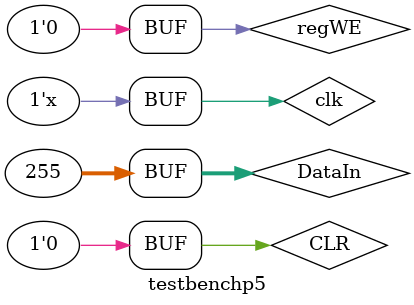
<source format=sv>
module testbenchp5;

    parameter N = 32;

    logic [N-1:0] DataIn;
    logic clk, regWE, CLR;
    logic [N-1:0] DataOut;

    
    
	regN DUT(DataIn,clk,regWE,CLR,DataOut);
	always #15 clk = ~clk;
    initial begin
		  clk = 0;
        regWE = 0;
        CLR = 0;
        DataIn = 0;
        CLR = 1; #10; 
        CLR = 0; #10; 
        regWE = 1;
        DataIn = 32'hAB; #10; 
		  regWE = 0; 
        DataIn = 32'hFF; #10; 
    end
endmodule

</source>
